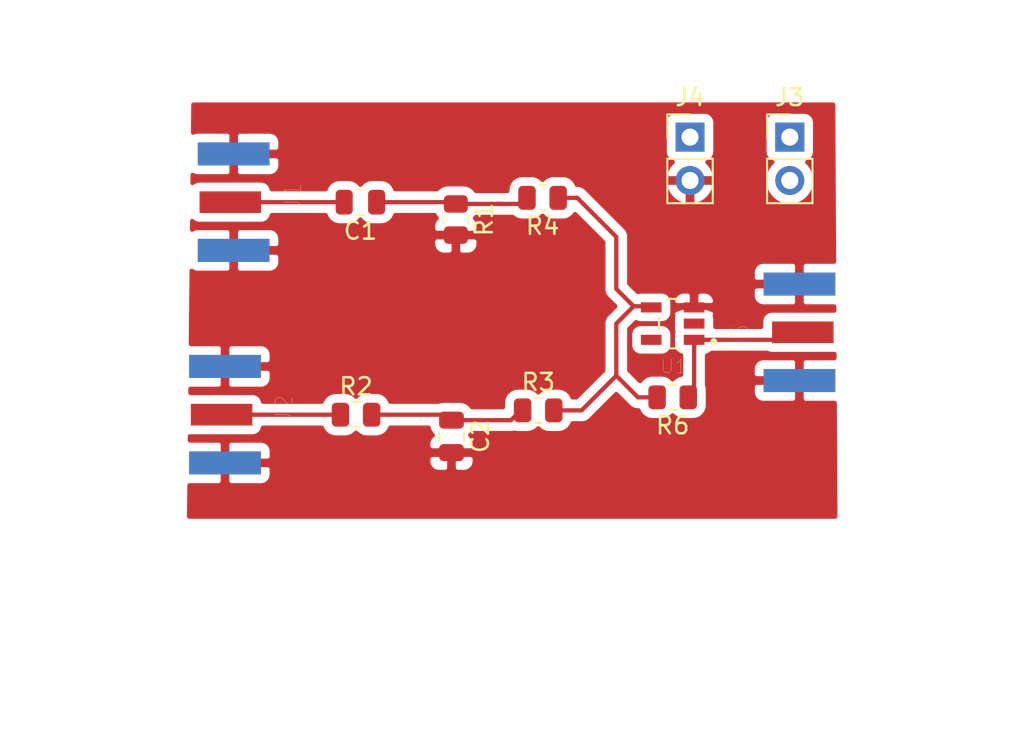
<source format=kicad_pcb>
(kicad_pcb (version 20171130) (host pcbnew "(5.1.9)-1")

  (general
    (thickness 1.6)
    (drawings 0)
    (tracks 32)
    (zones 0)
    (modules 13)
    (nets 11)
  )

  (page A4)
  (layers
    (0 F.Cu signal)
    (31 B.Cu signal)
    (32 B.Adhes user)
    (33 F.Adhes user)
    (34 B.Paste user)
    (35 F.Paste user)
    (36 B.SilkS user)
    (37 F.SilkS user)
    (38 B.Mask user)
    (39 F.Mask user)
    (40 Dwgs.User user)
    (41 Cmts.User user)
    (42 Eco1.User user)
    (43 Eco2.User user)
    (44 Edge.Cuts user)
    (45 Margin user)
    (46 B.CrtYd user)
    (47 F.CrtYd user)
    (48 B.Fab user)
    (49 F.Fab user)
  )

  (setup
    (last_trace_width 0.25)
    (trace_clearance 0.2)
    (zone_clearance 0.508)
    (zone_45_only no)
    (trace_min 0.2)
    (via_size 0.8)
    (via_drill 0.4)
    (via_min_size 0.4)
    (via_min_drill 0.3)
    (uvia_size 0.3)
    (uvia_drill 0.1)
    (uvias_allowed no)
    (uvia_min_size 0.2)
    (uvia_min_drill 0.1)
    (edge_width 0.05)
    (segment_width 0.2)
    (pcb_text_width 0.3)
    (pcb_text_size 1.5 1.5)
    (mod_edge_width 0.12)
    (mod_text_size 1 1)
    (mod_text_width 0.15)
    (pad_size 1.524 1.524)
    (pad_drill 0.762)
    (pad_to_mask_clearance 0)
    (aux_axis_origin 0 0)
    (visible_elements FFFFFF7F)
    (pcbplotparams
      (layerselection 0x010fc_ffffffff)
      (usegerberextensions false)
      (usegerberattributes true)
      (usegerberadvancedattributes true)
      (creategerberjobfile true)
      (excludeedgelayer true)
      (linewidth 0.100000)
      (plotframeref false)
      (viasonmask false)
      (mode 1)
      (useauxorigin false)
      (hpglpennumber 1)
      (hpglpenspeed 20)
      (hpglpendiameter 15.000000)
      (psnegative false)
      (psa4output false)
      (plotreference true)
      (plotvalue true)
      (plotinvisibletext false)
      (padsonsilk false)
      (subtractmaskfromsilk false)
      (outputformat 1)
      (mirror false)
      (drillshape 1)
      (scaleselection 1)
      (outputdirectory ""))
  )

  (net 0 "")
  (net 1 "Net-(C1-Pad2)")
  (net 2 "Net-(C1-Pad1)")
  (net 3 "Net-(C2-Pad1)")
  (net 4 GND)
  (net 5 "Net-(J2-Pad1)")
  (net 6 "Net-(J5-Pad1)")
  (net 7 "Net-(R3-Pad2)")
  (net 8 /-5V)
  (net 9 /+5V)
  (net 10 /3.3V)

  (net_class Default "This is the default net class."
    (clearance 0.2)
    (trace_width 0.25)
    (via_dia 0.8)
    (via_drill 0.4)
    (uvia_dia 0.3)
    (uvia_drill 0.1)
    (add_net /+5V)
    (add_net /-5V)
    (add_net /3.3V)
    (add_net GND)
    (add_net "Net-(C1-Pad1)")
    (add_net "Net-(C1-Pad2)")
    (add_net "Net-(C2-Pad1)")
    (add_net "Net-(J2-Pad1)")
    (add_net "Net-(J5-Pad1)")
    (add_net "Net-(R3-Pad2)")
  )

  (module Connector_PinHeader_2.54mm:PinHeader_1x02_P2.54mm_Vertical (layer F.Cu) (tedit 59FED5CC) (tstamp 601AFBED)
    (at 61.214 86.106)
    (descr "Through hole straight pin header, 1x02, 2.54mm pitch, single row")
    (tags "Through hole pin header THT 1x02 2.54mm single row")
    (path /601B4C61)
    (fp_text reference J4 (at 0 -2.33) (layer F.SilkS)
      (effects (font (size 1 1) (thickness 0.15)))
    )
    (fp_text value Conn_01x02 (at 0 4.87) (layer F.Fab)
      (effects (font (size 1 1) (thickness 0.15)))
    )
    (fp_text user %R (at 0 1.27 90) (layer F.Fab)
      (effects (font (size 1 1) (thickness 0.15)))
    )
    (fp_line (start -0.635 -1.27) (end 1.27 -1.27) (layer F.Fab) (width 0.1))
    (fp_line (start 1.27 -1.27) (end 1.27 3.81) (layer F.Fab) (width 0.1))
    (fp_line (start 1.27 3.81) (end -1.27 3.81) (layer F.Fab) (width 0.1))
    (fp_line (start -1.27 3.81) (end -1.27 -0.635) (layer F.Fab) (width 0.1))
    (fp_line (start -1.27 -0.635) (end -0.635 -1.27) (layer F.Fab) (width 0.1))
    (fp_line (start -1.33 3.87) (end 1.33 3.87) (layer F.SilkS) (width 0.12))
    (fp_line (start -1.33 1.27) (end -1.33 3.87) (layer F.SilkS) (width 0.12))
    (fp_line (start 1.33 1.27) (end 1.33 3.87) (layer F.SilkS) (width 0.12))
    (fp_line (start -1.33 1.27) (end 1.33 1.27) (layer F.SilkS) (width 0.12))
    (fp_line (start -1.33 0) (end -1.33 -1.33) (layer F.SilkS) (width 0.12))
    (fp_line (start -1.33 -1.33) (end 0 -1.33) (layer F.SilkS) (width 0.12))
    (fp_line (start -1.8 -1.8) (end -1.8 4.35) (layer F.CrtYd) (width 0.05))
    (fp_line (start -1.8 4.35) (end 1.8 4.35) (layer F.CrtYd) (width 0.05))
    (fp_line (start 1.8 4.35) (end 1.8 -1.8) (layer F.CrtYd) (width 0.05))
    (fp_line (start 1.8 -1.8) (end -1.8 -1.8) (layer F.CrtYd) (width 0.05))
    (pad 2 thru_hole oval (at 0 2.54) (size 1.7 1.7) (drill 1) (layers *.Cu *.Mask)
      (net 4 GND))
    (pad 1 thru_hole rect (at 0 0) (size 1.7 1.7) (drill 1) (layers *.Cu *.Mask)
      (net 10 /3.3V))
    (model ${KISYS3DMOD}/Connector_PinHeader_2.54mm.3dshapes/PinHeader_1x02_P2.54mm_Vertical.wrl
      (at (xyz 0 0 0))
      (scale (xyz 1 1 1))
      (rotate (xyz 0 0 0))
    )
  )

  (module Connector_PinHeader_2.54mm:PinHeader_1x02_P2.54mm_Vertical (layer F.Cu) (tedit 59FED5CC) (tstamp 601AFBD7)
    (at 67.056 86.106)
    (descr "Through hole straight pin header, 1x02, 2.54mm pitch, single row")
    (tags "Through hole pin header THT 1x02 2.54mm single row")
    (path /601B1F81)
    (fp_text reference J3 (at 0 -2.33) (layer F.SilkS)
      (effects (font (size 1 1) (thickness 0.15)))
    )
    (fp_text value Conn_01x02 (at 0 4.87) (layer F.Fab)
      (effects (font (size 1 1) (thickness 0.15)))
    )
    (fp_text user %R (at 0 1.27 90) (layer F.Fab)
      (effects (font (size 1 1) (thickness 0.15)))
    )
    (fp_line (start -0.635 -1.27) (end 1.27 -1.27) (layer F.Fab) (width 0.1))
    (fp_line (start 1.27 -1.27) (end 1.27 3.81) (layer F.Fab) (width 0.1))
    (fp_line (start 1.27 3.81) (end -1.27 3.81) (layer F.Fab) (width 0.1))
    (fp_line (start -1.27 3.81) (end -1.27 -0.635) (layer F.Fab) (width 0.1))
    (fp_line (start -1.27 -0.635) (end -0.635 -1.27) (layer F.Fab) (width 0.1))
    (fp_line (start -1.33 3.87) (end 1.33 3.87) (layer F.SilkS) (width 0.12))
    (fp_line (start -1.33 1.27) (end -1.33 3.87) (layer F.SilkS) (width 0.12))
    (fp_line (start 1.33 1.27) (end 1.33 3.87) (layer F.SilkS) (width 0.12))
    (fp_line (start -1.33 1.27) (end 1.33 1.27) (layer F.SilkS) (width 0.12))
    (fp_line (start -1.33 0) (end -1.33 -1.33) (layer F.SilkS) (width 0.12))
    (fp_line (start -1.33 -1.33) (end 0 -1.33) (layer F.SilkS) (width 0.12))
    (fp_line (start -1.8 -1.8) (end -1.8 4.35) (layer F.CrtYd) (width 0.05))
    (fp_line (start -1.8 4.35) (end 1.8 4.35) (layer F.CrtYd) (width 0.05))
    (fp_line (start 1.8 4.35) (end 1.8 -1.8) (layer F.CrtYd) (width 0.05))
    (fp_line (start 1.8 -1.8) (end -1.8 -1.8) (layer F.CrtYd) (width 0.05))
    (pad 2 thru_hole oval (at 0 2.54) (size 1.7 1.7) (drill 1) (layers *.Cu *.Mask)
      (net 8 /-5V))
    (pad 1 thru_hole rect (at 0 0) (size 1.7 1.7) (drill 1) (layers *.Cu *.Mask)
      (net 9 /+5V))
    (model ${KISYS3DMOD}/Connector_PinHeader_2.54mm.3dshapes/PinHeader_1x02_P2.54mm_Vertical.wrl
      (at (xyz 0 0 0))
      (scale (xyz 1 1 1))
      (rotate (xyz 0 0 0))
    )
  )

  (module AdditionalLibs:SAMTEC_SMA-J-P-H-ST-EM1 (layer F.Cu) (tedit 60097A86) (tstamp 601AEBBF)
    (at 67.818 97.536 90)
    (path /601BDDBE)
    (fp_text reference J5 (at -0.34105 -3.66967 90) (layer F.SilkS)
      (effects (font (size 1 1) (thickness 0.015)))
    )
    (fp_text value SMA-J-P-H-ST-EM1 (at 11.20429 12.3677 90) (layer F.Fab)
      (effects (font (size 1 1) (thickness 0.015)))
    )
    (fp_text user PCB~EDGE (at 4.30403 1.70159 90) (layer F.Fab)
      (effects (font (size 0.48 0.48) (thickness 0.015)))
    )
    (fp_line (start -3.75 2.15) (end -3.75 -2.55) (layer F.CrtYd) (width 0.05))
    (fp_line (start -3.415 2.15) (end -3.75 2.15) (layer F.CrtYd) (width 0.05))
    (fp_line (start -3.415 11.67) (end -3.415 2.15) (layer F.CrtYd) (width 0.05))
    (fp_line (start 3.415 11.67) (end -3.415 11.67) (layer F.CrtYd) (width 0.05))
    (fp_line (start 3.415 2.15) (end 3.415 11.67) (layer F.CrtYd) (width 0.05))
    (fp_line (start 3.75 2.15) (end 3.415 2.15) (layer F.CrtYd) (width 0.05))
    (fp_line (start 3.75 -2.55) (end 3.75 2.15) (layer F.CrtYd) (width 0.05))
    (fp_line (start -3.75 -2.55) (end 3.75 -2.55) (layer F.CrtYd) (width 0.05))
    (fp_line (start 3.175 -1.91) (end 3.165 1.9) (layer F.Fab) (width 0.1))
    (fp_line (start -3.175 -1.91) (end 3.175 -1.91) (layer F.Fab) (width 0.1))
    (fp_line (start -3.165 1.9) (end -3.175 -1.91) (layer F.Fab) (width 0.1))
    (fp_line (start 3.165 1.9) (end 5 1.9) (layer F.Fab) (width 0.1))
    (fp_line (start -3.165 1.9) (end 3.165 1.9) (layer F.Fab) (width 0.1))
    (fp_line (start -5 1.9) (end -3.165 1.9) (layer F.Fab) (width 0.1))
    (fp_line (start -3.165 11.42) (end -3.165 1.9) (layer F.Fab) (width 0.1))
    (fp_line (start 3.165 11.42) (end -3.165 11.42) (layer F.Fab) (width 0.1))
    (fp_line (start 3.165 1.9) (end 3.165 11.42) (layer F.Fab) (width 0.1))
    (pad 3_2 smd rect (at 2.825 -0.2 90) (size 1.35 4.2) (layers B.Cu B.Paste B.Mask)
      (net 4 GND))
    (pad 2_2 smd rect (at -2.825 -0.2 90) (size 1.35 4.2) (layers B.Cu B.Paste B.Mask)
      (net 4 GND))
    (pad 3_1 smd rect (at 2.825 -0.2 90) (size 1.35 4.2) (layers F.Cu F.Paste F.Mask)
      (net 4 GND))
    (pad 2_1 smd rect (at -2.825 -0.2 90) (size 1.35 4.2) (layers F.Cu F.Paste F.Mask)
      (net 4 GND))
    (pad 1 smd rect (at 0 0 90) (size 1.27 3.6) (layers F.Cu F.Paste F.Mask)
      (net 6 "Net-(J5-Pad1)"))
  )

  (module AdditionalLibs:SAMTEC_SMA-J-P-H-ST-EM1 (layer F.Cu) (tedit 60097A86) (tstamp 601AEBA4)
    (at 33.782 102.362 270)
    (path /601AE7AF)
    (fp_text reference J2 (at -0.34105 -3.66967 90) (layer F.SilkS)
      (effects (font (size 1 1) (thickness 0.015)))
    )
    (fp_text value SMA-J-P-H-ST-EM1 (at 11.20429 12.3677 90) (layer F.Fab)
      (effects (font (size 1 1) (thickness 0.015)))
    )
    (fp_text user PCB~EDGE (at 4.30403 1.70159 90) (layer F.Fab)
      (effects (font (size 0.48 0.48) (thickness 0.015)))
    )
    (fp_line (start -3.75 2.15) (end -3.75 -2.55) (layer F.CrtYd) (width 0.05))
    (fp_line (start -3.415 2.15) (end -3.75 2.15) (layer F.CrtYd) (width 0.05))
    (fp_line (start -3.415 11.67) (end -3.415 2.15) (layer F.CrtYd) (width 0.05))
    (fp_line (start 3.415 11.67) (end -3.415 11.67) (layer F.CrtYd) (width 0.05))
    (fp_line (start 3.415 2.15) (end 3.415 11.67) (layer F.CrtYd) (width 0.05))
    (fp_line (start 3.75 2.15) (end 3.415 2.15) (layer F.CrtYd) (width 0.05))
    (fp_line (start 3.75 -2.55) (end 3.75 2.15) (layer F.CrtYd) (width 0.05))
    (fp_line (start -3.75 -2.55) (end 3.75 -2.55) (layer F.CrtYd) (width 0.05))
    (fp_line (start 3.175 -1.91) (end 3.165 1.9) (layer F.Fab) (width 0.1))
    (fp_line (start -3.175 -1.91) (end 3.175 -1.91) (layer F.Fab) (width 0.1))
    (fp_line (start -3.165 1.9) (end -3.175 -1.91) (layer F.Fab) (width 0.1))
    (fp_line (start 3.165 1.9) (end 5 1.9) (layer F.Fab) (width 0.1))
    (fp_line (start -3.165 1.9) (end 3.165 1.9) (layer F.Fab) (width 0.1))
    (fp_line (start -5 1.9) (end -3.165 1.9) (layer F.Fab) (width 0.1))
    (fp_line (start -3.165 11.42) (end -3.165 1.9) (layer F.Fab) (width 0.1))
    (fp_line (start 3.165 11.42) (end -3.165 11.42) (layer F.Fab) (width 0.1))
    (fp_line (start 3.165 1.9) (end 3.165 11.42) (layer F.Fab) (width 0.1))
    (pad 3_2 smd rect (at 2.825 -0.2 270) (size 1.35 4.2) (layers B.Cu B.Paste B.Mask)
      (net 4 GND))
    (pad 2_2 smd rect (at -2.825 -0.2 270) (size 1.35 4.2) (layers B.Cu B.Paste B.Mask)
      (net 4 GND))
    (pad 3_1 smd rect (at 2.825 -0.2 270) (size 1.35 4.2) (layers F.Cu F.Paste F.Mask)
      (net 4 GND))
    (pad 2_1 smd rect (at -2.825 -0.2 270) (size 1.35 4.2) (layers F.Cu F.Paste F.Mask)
      (net 4 GND))
    (pad 1 smd rect (at 0 0 270) (size 1.27 3.6) (layers F.Cu F.Paste F.Mask)
      (net 5 "Net-(J2-Pad1)"))
  )

  (module AdditionalLibs:SAMTEC_SMA-J-P-H-ST-EM1 (layer F.Cu) (tedit 60097A86) (tstamp 601AEB89)
    (at 34.29 89.916 270)
    (path /601B0FEF)
    (fp_text reference J1 (at -0.34105 -3.66967 90) (layer F.SilkS)
      (effects (font (size 1 1) (thickness 0.015)))
    )
    (fp_text value SMA-J-P-H-ST-EM1 (at 11.20429 12.3677 90) (layer F.Fab)
      (effects (font (size 1 1) (thickness 0.015)))
    )
    (fp_text user PCB~EDGE (at 4.30403 1.70159 90) (layer F.Fab)
      (effects (font (size 0.48 0.48) (thickness 0.015)))
    )
    (fp_line (start -3.75 2.15) (end -3.75 -2.55) (layer F.CrtYd) (width 0.05))
    (fp_line (start -3.415 2.15) (end -3.75 2.15) (layer F.CrtYd) (width 0.05))
    (fp_line (start -3.415 11.67) (end -3.415 2.15) (layer F.CrtYd) (width 0.05))
    (fp_line (start 3.415 11.67) (end -3.415 11.67) (layer F.CrtYd) (width 0.05))
    (fp_line (start 3.415 2.15) (end 3.415 11.67) (layer F.CrtYd) (width 0.05))
    (fp_line (start 3.75 2.15) (end 3.415 2.15) (layer F.CrtYd) (width 0.05))
    (fp_line (start 3.75 -2.55) (end 3.75 2.15) (layer F.CrtYd) (width 0.05))
    (fp_line (start -3.75 -2.55) (end 3.75 -2.55) (layer F.CrtYd) (width 0.05))
    (fp_line (start 3.175 -1.91) (end 3.165 1.9) (layer F.Fab) (width 0.1))
    (fp_line (start -3.175 -1.91) (end 3.175 -1.91) (layer F.Fab) (width 0.1))
    (fp_line (start -3.165 1.9) (end -3.175 -1.91) (layer F.Fab) (width 0.1))
    (fp_line (start 3.165 1.9) (end 5 1.9) (layer F.Fab) (width 0.1))
    (fp_line (start -3.165 1.9) (end 3.165 1.9) (layer F.Fab) (width 0.1))
    (fp_line (start -5 1.9) (end -3.165 1.9) (layer F.Fab) (width 0.1))
    (fp_line (start -3.165 11.42) (end -3.165 1.9) (layer F.Fab) (width 0.1))
    (fp_line (start 3.165 11.42) (end -3.165 11.42) (layer F.Fab) (width 0.1))
    (fp_line (start 3.165 1.9) (end 3.165 11.42) (layer F.Fab) (width 0.1))
    (pad 3_2 smd rect (at 2.825 -0.2 270) (size 1.35 4.2) (layers B.Cu B.Paste B.Mask)
      (net 4 GND))
    (pad 2_2 smd rect (at -2.825 -0.2 270) (size 1.35 4.2) (layers B.Cu B.Paste B.Mask)
      (net 4 GND))
    (pad 3_1 smd rect (at 2.825 -0.2 270) (size 1.35 4.2) (layers F.Cu F.Paste F.Mask)
      (net 4 GND))
    (pad 2_1 smd rect (at -2.825 -0.2 270) (size 1.35 4.2) (layers F.Cu F.Paste F.Mask)
      (net 4 GND))
    (pad 1 smd rect (at 0 0 270) (size 1.27 3.6) (layers F.Cu F.Paste F.Mask)
      (net 1 "Net-(C1-Pad2)"))
  )

  (module Capacitor_SMD:C_0805_2012Metric (layer F.Cu) (tedit 5F68FEEE) (tstamp 601AEB5D)
    (at 41.91 89.916 180)
    (descr "Capacitor SMD 0805 (2012 Metric), square (rectangular) end terminal, IPC_7351 nominal, (Body size source: IPC-SM-782 page 76, https://www.pcb-3d.com/wordpress/wp-content/uploads/ipc-sm-782a_amendment_1_and_2.pdf, https://docs.google.com/spreadsheets/d/1BsfQQcO9C6DZCsRaXUlFlo91Tg2WpOkGARC1WS5S8t0/edit?usp=sharing), generated with kicad-footprint-generator")
    (tags capacitor)
    (path /601B6206)
    (attr smd)
    (fp_text reference C1 (at 0 -1.68) (layer F.SilkS)
      (effects (font (size 1 1) (thickness 0.15)))
    )
    (fp_text value 5.6p (at 0 1.68) (layer F.Fab)
      (effects (font (size 1 1) (thickness 0.15)))
    )
    (fp_text user %R (at 0 0) (layer F.Fab)
      (effects (font (size 0.5 0.5) (thickness 0.08)))
    )
    (fp_line (start -1 0.625) (end -1 -0.625) (layer F.Fab) (width 0.1))
    (fp_line (start -1 -0.625) (end 1 -0.625) (layer F.Fab) (width 0.1))
    (fp_line (start 1 -0.625) (end 1 0.625) (layer F.Fab) (width 0.1))
    (fp_line (start 1 0.625) (end -1 0.625) (layer F.Fab) (width 0.1))
    (fp_line (start -0.261252 -0.735) (end 0.261252 -0.735) (layer F.SilkS) (width 0.12))
    (fp_line (start -0.261252 0.735) (end 0.261252 0.735) (layer F.SilkS) (width 0.12))
    (fp_line (start -1.7 0.98) (end -1.7 -0.98) (layer F.CrtYd) (width 0.05))
    (fp_line (start -1.7 -0.98) (end 1.7 -0.98) (layer F.CrtYd) (width 0.05))
    (fp_line (start 1.7 -0.98) (end 1.7 0.98) (layer F.CrtYd) (width 0.05))
    (fp_line (start 1.7 0.98) (end -1.7 0.98) (layer F.CrtYd) (width 0.05))
    (pad 2 smd roundrect (at 0.95 0 180) (size 1 1.45) (layers F.Cu F.Paste F.Mask) (roundrect_rratio 0.25)
      (net 1 "Net-(C1-Pad2)"))
    (pad 1 smd roundrect (at -0.95 0 180) (size 1 1.45) (layers F.Cu F.Paste F.Mask) (roundrect_rratio 0.25)
      (net 2 "Net-(C1-Pad1)"))
    (model ${KISYS3DMOD}/Capacitor_SMD.3dshapes/C_0805_2012Metric.wrl
      (at (xyz 0 0 0))
      (scale (xyz 1 1 1))
      (rotate (xyz 0 0 0))
    )
  )

  (module Capacitor_SMD:C_0805_2012Metric (layer F.Cu) (tedit 5F68FEEE) (tstamp 601AEB6E)
    (at 47.244 103.632 270)
    (descr "Capacitor SMD 0805 (2012 Metric), square (rectangular) end terminal, IPC_7351 nominal, (Body size source: IPC-SM-782 page 76, https://www.pcb-3d.com/wordpress/wp-content/uploads/ipc-sm-782a_amendment_1_and_2.pdf, https://docs.google.com/spreadsheets/d/1BsfQQcO9C6DZCsRaXUlFlo91Tg2WpOkGARC1WS5S8t0/edit?usp=sharing), generated with kicad-footprint-generator")
    (tags capacitor)
    (path /601B2A9D)
    (attr smd)
    (fp_text reference C2 (at 0 -1.68 90) (layer F.SilkS)
      (effects (font (size 1 1) (thickness 0.15)))
    )
    (fp_text value 5.6p (at 0 1.68 90) (layer F.Fab)
      (effects (font (size 1 1) (thickness 0.15)))
    )
    (fp_line (start 1.7 0.98) (end -1.7 0.98) (layer F.CrtYd) (width 0.05))
    (fp_line (start 1.7 -0.98) (end 1.7 0.98) (layer F.CrtYd) (width 0.05))
    (fp_line (start -1.7 -0.98) (end 1.7 -0.98) (layer F.CrtYd) (width 0.05))
    (fp_line (start -1.7 0.98) (end -1.7 -0.98) (layer F.CrtYd) (width 0.05))
    (fp_line (start -0.261252 0.735) (end 0.261252 0.735) (layer F.SilkS) (width 0.12))
    (fp_line (start -0.261252 -0.735) (end 0.261252 -0.735) (layer F.SilkS) (width 0.12))
    (fp_line (start 1 0.625) (end -1 0.625) (layer F.Fab) (width 0.1))
    (fp_line (start 1 -0.625) (end 1 0.625) (layer F.Fab) (width 0.1))
    (fp_line (start -1 -0.625) (end 1 -0.625) (layer F.Fab) (width 0.1))
    (fp_line (start -1 0.625) (end -1 -0.625) (layer F.Fab) (width 0.1))
    (fp_text user %R (at 0 0 90) (layer F.Fab)
      (effects (font (size 0.5 0.5) (thickness 0.08)))
    )
    (pad 1 smd roundrect (at -0.95 0 270) (size 1 1.45) (layers F.Cu F.Paste F.Mask) (roundrect_rratio 0.25)
      (net 3 "Net-(C2-Pad1)"))
    (pad 2 smd roundrect (at 0.95 0 270) (size 1 1.45) (layers F.Cu F.Paste F.Mask) (roundrect_rratio 0.25)
      (net 4 GND))
    (model ${KISYS3DMOD}/Capacitor_SMD.3dshapes/C_0805_2012Metric.wrl
      (at (xyz 0 0 0))
      (scale (xyz 1 1 1))
      (rotate (xyz 0 0 0))
    )
  )

  (module Resistor_SMD:R_0805_2012Metric (layer F.Cu) (tedit 5F68FEEE) (tstamp 601AEBD0)
    (at 47.498 90.932 270)
    (descr "Resistor SMD 0805 (2012 Metric), square (rectangular) end terminal, IPC_7351 nominal, (Body size source: IPC-SM-782 page 72, https://www.pcb-3d.com/wordpress/wp-content/uploads/ipc-sm-782a_amendment_1_and_2.pdf), generated with kicad-footprint-generator")
    (tags resistor)
    (path /601B5530)
    (attr smd)
    (fp_text reference R1 (at 0 -1.65 90) (layer F.SilkS)
      (effects (font (size 1 1) (thickness 0.15)))
    )
    (fp_text value 2.7k (at 0 1.65 90) (layer F.Fab)
      (effects (font (size 1 1) (thickness 0.15)))
    )
    (fp_text user %R (at 0 0 90) (layer F.Fab)
      (effects (font (size 0.5 0.5) (thickness 0.08)))
    )
    (fp_line (start -1 0.625) (end -1 -0.625) (layer F.Fab) (width 0.1))
    (fp_line (start -1 -0.625) (end 1 -0.625) (layer F.Fab) (width 0.1))
    (fp_line (start 1 -0.625) (end 1 0.625) (layer F.Fab) (width 0.1))
    (fp_line (start 1 0.625) (end -1 0.625) (layer F.Fab) (width 0.1))
    (fp_line (start -0.227064 -0.735) (end 0.227064 -0.735) (layer F.SilkS) (width 0.12))
    (fp_line (start -0.227064 0.735) (end 0.227064 0.735) (layer F.SilkS) (width 0.12))
    (fp_line (start -1.68 0.95) (end -1.68 -0.95) (layer F.CrtYd) (width 0.05))
    (fp_line (start -1.68 -0.95) (end 1.68 -0.95) (layer F.CrtYd) (width 0.05))
    (fp_line (start 1.68 -0.95) (end 1.68 0.95) (layer F.CrtYd) (width 0.05))
    (fp_line (start 1.68 0.95) (end -1.68 0.95) (layer F.CrtYd) (width 0.05))
    (pad 2 smd roundrect (at 0.9125 0 270) (size 1.025 1.4) (layers F.Cu F.Paste F.Mask) (roundrect_rratio 0.243902)
      (net 4 GND))
    (pad 1 smd roundrect (at -0.9125 0 270) (size 1.025 1.4) (layers F.Cu F.Paste F.Mask) (roundrect_rratio 0.243902)
      (net 2 "Net-(C1-Pad1)"))
    (model ${KISYS3DMOD}/Resistor_SMD.3dshapes/R_0805_2012Metric.wrl
      (at (xyz 0 0 0))
      (scale (xyz 1 1 1))
      (rotate (xyz 0 0 0))
    )
  )

  (module Resistor_SMD:R_0805_2012Metric (layer F.Cu) (tedit 5F68FEEE) (tstamp 601AEBE1)
    (at 41.656 102.362)
    (descr "Resistor SMD 0805 (2012 Metric), square (rectangular) end terminal, IPC_7351 nominal, (Body size source: IPC-SM-782 page 72, https://www.pcb-3d.com/wordpress/wp-content/uploads/ipc-sm-782a_amendment_1_and_2.pdf), generated with kicad-footprint-generator")
    (tags resistor)
    (path /601B200B)
    (attr smd)
    (fp_text reference R2 (at 0 -1.65) (layer F.SilkS)
      (effects (font (size 1 1) (thickness 0.15)))
    )
    (fp_text value 2.7k (at 0 1.65) (layer F.Fab)
      (effects (font (size 1 1) (thickness 0.15)))
    )
    (fp_line (start 1.68 0.95) (end -1.68 0.95) (layer F.CrtYd) (width 0.05))
    (fp_line (start 1.68 -0.95) (end 1.68 0.95) (layer F.CrtYd) (width 0.05))
    (fp_line (start -1.68 -0.95) (end 1.68 -0.95) (layer F.CrtYd) (width 0.05))
    (fp_line (start -1.68 0.95) (end -1.68 -0.95) (layer F.CrtYd) (width 0.05))
    (fp_line (start -0.227064 0.735) (end 0.227064 0.735) (layer F.SilkS) (width 0.12))
    (fp_line (start -0.227064 -0.735) (end 0.227064 -0.735) (layer F.SilkS) (width 0.12))
    (fp_line (start 1 0.625) (end -1 0.625) (layer F.Fab) (width 0.1))
    (fp_line (start 1 -0.625) (end 1 0.625) (layer F.Fab) (width 0.1))
    (fp_line (start -1 -0.625) (end 1 -0.625) (layer F.Fab) (width 0.1))
    (fp_line (start -1 0.625) (end -1 -0.625) (layer F.Fab) (width 0.1))
    (fp_text user %R (at 0 0) (layer F.Fab)
      (effects (font (size 0.5 0.5) (thickness 0.08)))
    )
    (pad 1 smd roundrect (at -0.9125 0) (size 1.025 1.4) (layers F.Cu F.Paste F.Mask) (roundrect_rratio 0.243902)
      (net 5 "Net-(J2-Pad1)"))
    (pad 2 smd roundrect (at 0.9125 0) (size 1.025 1.4) (layers F.Cu F.Paste F.Mask) (roundrect_rratio 0.243902)
      (net 3 "Net-(C2-Pad1)"))
    (model ${KISYS3DMOD}/Resistor_SMD.3dshapes/R_0805_2012Metric.wrl
      (at (xyz 0 0 0))
      (scale (xyz 1 1 1))
      (rotate (xyz 0 0 0))
    )
  )

  (module Resistor_SMD:R_0805_2012Metric (layer F.Cu) (tedit 5F68FEEE) (tstamp 601AEBF2)
    (at 52.324 102.108)
    (descr "Resistor SMD 0805 (2012 Metric), square (rectangular) end terminal, IPC_7351 nominal, (Body size source: IPC-SM-782 page 72, https://www.pcb-3d.com/wordpress/wp-content/uploads/ipc-sm-782a_amendment_1_and_2.pdf), generated with kicad-footprint-generator")
    (tags resistor)
    (path /601B926F)
    (attr smd)
    (fp_text reference R3 (at 0 -1.65) (layer F.SilkS)
      (effects (font (size 1 1) (thickness 0.15)))
    )
    (fp_text value 10k (at 0 1.65) (layer F.Fab)
      (effects (font (size 1 1) (thickness 0.15)))
    )
    (fp_line (start 1.68 0.95) (end -1.68 0.95) (layer F.CrtYd) (width 0.05))
    (fp_line (start 1.68 -0.95) (end 1.68 0.95) (layer F.CrtYd) (width 0.05))
    (fp_line (start -1.68 -0.95) (end 1.68 -0.95) (layer F.CrtYd) (width 0.05))
    (fp_line (start -1.68 0.95) (end -1.68 -0.95) (layer F.CrtYd) (width 0.05))
    (fp_line (start -0.227064 0.735) (end 0.227064 0.735) (layer F.SilkS) (width 0.12))
    (fp_line (start -0.227064 -0.735) (end 0.227064 -0.735) (layer F.SilkS) (width 0.12))
    (fp_line (start 1 0.625) (end -1 0.625) (layer F.Fab) (width 0.1))
    (fp_line (start 1 -0.625) (end 1 0.625) (layer F.Fab) (width 0.1))
    (fp_line (start -1 -0.625) (end 1 -0.625) (layer F.Fab) (width 0.1))
    (fp_line (start -1 0.625) (end -1 -0.625) (layer F.Fab) (width 0.1))
    (fp_text user %R (at 0 0) (layer F.Fab)
      (effects (font (size 0.5 0.5) (thickness 0.08)))
    )
    (pad 1 smd roundrect (at -0.9125 0) (size 1.025 1.4) (layers F.Cu F.Paste F.Mask) (roundrect_rratio 0.243902)
      (net 3 "Net-(C2-Pad1)"))
    (pad 2 smd roundrect (at 0.9125 0) (size 1.025 1.4) (layers F.Cu F.Paste F.Mask) (roundrect_rratio 0.243902)
      (net 7 "Net-(R3-Pad2)"))
    (model ${KISYS3DMOD}/Resistor_SMD.3dshapes/R_0805_2012Metric.wrl
      (at (xyz 0 0 0))
      (scale (xyz 1 1 1))
      (rotate (xyz 0 0 0))
    )
  )

  (module Resistor_SMD:R_0805_2012Metric (layer F.Cu) (tedit 5F68FEEE) (tstamp 601AEC03)
    (at 52.578 89.662 180)
    (descr "Resistor SMD 0805 (2012 Metric), square (rectangular) end terminal, IPC_7351 nominal, (Body size source: IPC-SM-782 page 72, https://www.pcb-3d.com/wordpress/wp-content/uploads/ipc-sm-782a_amendment_1_and_2.pdf), generated with kicad-footprint-generator")
    (tags resistor)
    (path /601BB37C)
    (attr smd)
    (fp_text reference R4 (at 0 -1.65) (layer F.SilkS)
      (effects (font (size 1 1) (thickness 0.15)))
    )
    (fp_text value 10k (at 0 1.65) (layer F.Fab)
      (effects (font (size 1 1) (thickness 0.15)))
    )
    (fp_text user %R (at 0 0) (layer F.Fab)
      (effects (font (size 0.5 0.5) (thickness 0.08)))
    )
    (fp_line (start -1 0.625) (end -1 -0.625) (layer F.Fab) (width 0.1))
    (fp_line (start -1 -0.625) (end 1 -0.625) (layer F.Fab) (width 0.1))
    (fp_line (start 1 -0.625) (end 1 0.625) (layer F.Fab) (width 0.1))
    (fp_line (start 1 0.625) (end -1 0.625) (layer F.Fab) (width 0.1))
    (fp_line (start -0.227064 -0.735) (end 0.227064 -0.735) (layer F.SilkS) (width 0.12))
    (fp_line (start -0.227064 0.735) (end 0.227064 0.735) (layer F.SilkS) (width 0.12))
    (fp_line (start -1.68 0.95) (end -1.68 -0.95) (layer F.CrtYd) (width 0.05))
    (fp_line (start -1.68 -0.95) (end 1.68 -0.95) (layer F.CrtYd) (width 0.05))
    (fp_line (start 1.68 -0.95) (end 1.68 0.95) (layer F.CrtYd) (width 0.05))
    (fp_line (start 1.68 0.95) (end -1.68 0.95) (layer F.CrtYd) (width 0.05))
    (pad 2 smd roundrect (at 0.9125 0 180) (size 1.025 1.4) (layers F.Cu F.Paste F.Mask) (roundrect_rratio 0.243902)
      (net 2 "Net-(C1-Pad1)"))
    (pad 1 smd roundrect (at -0.9125 0 180) (size 1.025 1.4) (layers F.Cu F.Paste F.Mask) (roundrect_rratio 0.243902)
      (net 7 "Net-(R3-Pad2)"))
    (model ${KISYS3DMOD}/Resistor_SMD.3dshapes/R_0805_2012Metric.wrl
      (at (xyz 0 0 0))
      (scale (xyz 1 1 1))
      (rotate (xyz 0 0 0))
    )
  )

  (module Resistor_SMD:R_0805_2012Metric (layer F.Cu) (tedit 5F68FEEE) (tstamp 601AEC14)
    (at 60.198 101.346 180)
    (descr "Resistor SMD 0805 (2012 Metric), square (rectangular) end terminal, IPC_7351 nominal, (Body size source: IPC-SM-782 page 72, https://www.pcb-3d.com/wordpress/wp-content/uploads/ipc-sm-782a_amendment_1_and_2.pdf), generated with kicad-footprint-generator")
    (tags resistor)
    (path /601BBB25)
    (attr smd)
    (fp_text reference R6 (at 0 -1.65) (layer F.SilkS)
      (effects (font (size 1 1) (thickness 0.15)))
    )
    (fp_text value 10k (at 0 1.65) (layer F.Fab)
      (effects (font (size 1 1) (thickness 0.15)))
    )
    (fp_line (start 1.68 0.95) (end -1.68 0.95) (layer F.CrtYd) (width 0.05))
    (fp_line (start 1.68 -0.95) (end 1.68 0.95) (layer F.CrtYd) (width 0.05))
    (fp_line (start -1.68 -0.95) (end 1.68 -0.95) (layer F.CrtYd) (width 0.05))
    (fp_line (start -1.68 0.95) (end -1.68 -0.95) (layer F.CrtYd) (width 0.05))
    (fp_line (start -0.227064 0.735) (end 0.227064 0.735) (layer F.SilkS) (width 0.12))
    (fp_line (start -0.227064 -0.735) (end 0.227064 -0.735) (layer F.SilkS) (width 0.12))
    (fp_line (start 1 0.625) (end -1 0.625) (layer F.Fab) (width 0.1))
    (fp_line (start 1 -0.625) (end 1 0.625) (layer F.Fab) (width 0.1))
    (fp_line (start -1 -0.625) (end 1 -0.625) (layer F.Fab) (width 0.1))
    (fp_line (start -1 0.625) (end -1 -0.625) (layer F.Fab) (width 0.1))
    (fp_text user %R (at 0 0) (layer F.Fab)
      (effects (font (size 0.5 0.5) (thickness 0.08)))
    )
    (pad 1 smd roundrect (at -0.9125 0 180) (size 1.025 1.4) (layers F.Cu F.Paste F.Mask) (roundrect_rratio 0.243902)
      (net 6 "Net-(J5-Pad1)"))
    (pad 2 smd roundrect (at 0.9125 0 180) (size 1.025 1.4) (layers F.Cu F.Paste F.Mask) (roundrect_rratio 0.243902)
      (net 7 "Net-(R3-Pad2)"))
    (model ${KISYS3DMOD}/Resistor_SMD.3dshapes/R_0805_2012Metric.wrl
      (at (xyz 0 0 0))
      (scale (xyz 1 1 1))
      (rotate (xyz 0 0 0))
    )
  )

  (module SOT95P280X145-5N (layer F.Cu) (tedit 601AE686) (tstamp 601AEC2A)
    (at 60.198 97.028 180)
    (path /601AEDC9)
    (fp_text reference U1 (at -0.06 -2.508) (layer F.SilkS)
      (effects (font (size 0.8 0.8) (thickness 0.015)))
    )
    (fp_text value LMV116MF (at 5.528 2.508) (layer F.Fab)
      (effects (font (size 0.8 0.8) (thickness 0.015)))
    )
    (fp_line (start -2.11 1.7) (end -2.11 -1.7) (layer F.CrtYd) (width 0.05))
    (fp_line (start 2.11 1.7) (end -2.11 1.7) (layer F.CrtYd) (width 0.05))
    (fp_line (start 2.11 -1.7) (end 2.11 1.7) (layer F.CrtYd) (width 0.05))
    (fp_line (start -2.11 -1.7) (end 2.11 -1.7) (layer F.CrtYd) (width 0.05))
    (fp_line (start 0.8 1.45) (end -0.8 1.45) (layer F.Fab) (width 0.127))
    (fp_line (start -0.8 -1.45) (end 0.8 -1.45) (layer F.Fab) (width 0.127))
    (fp_line (start 0.8 -1.45) (end 0.8 1.45) (layer F.Fab) (width 0.127))
    (fp_line (start -0.8 1.45) (end -0.8 -1.45) (layer F.Fab) (width 0.127))
    (fp_line (start 0.33 1.45) (end -0.33 1.45) (layer F.SilkS) (width 0.127))
    (fp_line (start 0.8 -0.335) (end 0.8 0.335) (layer F.SilkS) (width 0.127))
    (fp_line (start -0.33 -1.45) (end 0.33 -1.45) (layer F.SilkS) (width 0.127))
    (fp_circle (center -2.41 -1.05) (end -2.31 -1.05) (layer F.Fab) (width 0.2))
    (fp_circle (center -2.41 -1.05) (end -2.31 -1.05) (layer F.SilkS) (width 0.2))
    (pad 1 smd rect (at -1.255 -0.95 180) (size 1.21 0.59) (layers F.Cu F.Paste F.Mask)
      (net 6 "Net-(J5-Pad1)"))
    (pad 2 smd rect (at -1.255 0 180) (size 1.21 0.59) (layers F.Cu F.Paste F.Mask)
      (net 8 /-5V))
    (pad 3 smd rect (at -1.255 0.95 180) (size 1.21 0.59) (layers F.Cu F.Paste F.Mask)
      (net 4 GND))
    (pad 4 smd rect (at 1.255 0.95 180) (size 1.21 0.59) (layers F.Cu F.Paste F.Mask)
      (net 7 "Net-(R3-Pad2)"))
    (pad 5 smd rect (at 1.255 -0.95 180) (size 1.21 0.59) (layers F.Cu F.Paste F.Mask)
      (net 9 /+5V))
  )

  (segment (start 34.29 89.916) (end 40.894 89.916) (width 0.25) (layer F.Cu) (net 1))
  (segment (start 47.244 89.662) (end 47.498 89.916) (width 0.25) (layer F.Cu) (net 2))
  (segment (start 42.86 89.916) (end 47.244 89.916) (width 0.25) (layer F.Cu) (net 2))
  (segment (start 47.244 89.916) (end 47.498 89.916) (width 0.25) (layer F.Cu) (net 2))
  (segment (start 49.9345 90.0195) (end 51.2045 90.0195) (width 0.25) (layer F.Cu) (net 2))
  (segment (start 47.498 90.0195) (end 49.9345 90.0195) (width 0.25) (layer F.Cu) (net 2))
  (segment (start 49.9345 90.0195) (end 50.21649 90.0195) (width 0.25) (layer F.Cu) (net 2))
  (segment (start 51.2045 90.0195) (end 51.562 89.662) (width 0.25) (layer F.Cu) (net 2))
  (segment (start 42.5685 102.362) (end 46.99 102.362) (width 0.25) (layer F.Cu) (net 3))
  (segment (start 46.99 102.362) (end 47.244 102.616) (width 0.25) (layer F.Cu) (net 3))
  (segment (start 47.244 102.682) (end 50.734 102.682) (width 0.25) (layer F.Cu) (net 3))
  (segment (start 50.734 102.682) (end 51.308 102.108) (width 0.25) (layer F.Cu) (net 3))
  (segment (start 51.308 102.108) (end 51.562 102.108) (width 0.25) (layer F.Cu) (net 3))
  (segment (start 33.782 102.362) (end 40.64 102.362) (width 0.25) (layer F.Cu) (net 5))
  (segment (start 40.64 102.362) (end 40.894 102.362) (width 0.25) (layer F.Cu) (net 5))
  (segment (start 61.453 97.978) (end 61.453 100.853) (width 0.25) (layer F.Cu) (net 6))
  (segment (start 61.453 100.853) (end 60.96 101.346) (width 0.25) (layer F.Cu) (net 6))
  (segment (start 61.453 97.978) (end 66.614 97.978) (width 0.25) (layer F.Cu) (net 6))
  (segment (start 66.614 97.978) (end 67.056 97.536) (width 0.25) (layer F.Cu) (net 6))
  (segment (start 53.4905 89.662) (end 54.61 89.662) (width 0.25) (layer F.Cu) (net 7))
  (segment (start 54.61 89.662) (end 56.896 91.948) (width 0.25) (layer F.Cu) (net 7))
  (segment (start 56.896 91.948) (end 56.896 94.996) (width 0.25) (layer F.Cu) (net 7))
  (segment (start 56.896 94.996) (end 57.658 95.758) (width 0.25) (layer F.Cu) (net 7))
  (segment (start 53.2365 102.108) (end 54.864 102.108) (width 0.25) (layer F.Cu) (net 7))
  (segment (start 54.864 102.108) (end 56.896 100.076) (width 0.25) (layer F.Cu) (net 7))
  (segment (start 56.896 100.076) (end 56.896 97.028) (width 0.25) (layer F.Cu) (net 7))
  (segment (start 56.896 97.028) (end 57.658 96.266) (width 0.25) (layer F.Cu) (net 7))
  (segment (start 57.658 95.758) (end 57.912 96.012) (width 0.25) (layer F.Cu) (net 7))
  (segment (start 57.912 96.012) (end 58.928 96.012) (width 0.25) (layer F.Cu) (net 7))
  (segment (start 57.658 96.266) (end 57.912 96.012) (width 0.25) (layer F.Cu) (net 7))
  (segment (start 58.166 101.346) (end 56.896 100.076) (width 0.25) (layer F.Cu) (net 7))
  (segment (start 59.2855 101.346) (end 58.166 101.346) (width 0.25) (layer F.Cu) (net 7))

  (zone (net 4) (net_name GND) (layer F.Cu) (tstamp 0) (hatch edge 0.508)
    (connect_pads (clearance 0.508))
    (min_thickness 0.254)
    (fill yes (arc_segments 32) (thermal_gap 0.508) (thermal_bridge_width 0.508))
    (polygon
      (pts
        (xy 69.85 108.458) (xy 31.75 108.458) (xy 32.004 84.074) (xy 69.723 84.074)
      )
    )
    (filled_polygon
      (pts
        (xy 65.77382 98.760502) (xy 65.893518 98.796812) (xy 66.018 98.809072) (xy 69.618 98.809072) (xy 69.672716 98.803683)
        (xy 69.673988 99.048003) (xy 67.90375 99.051) (xy 67.745 99.20975) (xy 67.745 100.234) (xy 67.765 100.234)
        (xy 67.765 100.488) (xy 67.745 100.488) (xy 67.745 101.51225) (xy 67.90375 101.671) (xy 69.687665 101.674021)
        (xy 69.722337 108.331) (xy 31.87833 108.331) (xy 31.897402 106.500046) (xy 33.69625 106.497) (xy 33.855 106.33825)
        (xy 33.855 105.314) (xy 34.109 105.314) (xy 34.109 106.33825) (xy 34.26775 106.497) (xy 36.082 106.500072)
        (xy 36.206482 106.487812) (xy 36.32618 106.451502) (xy 36.436494 106.392537) (xy 36.533185 106.313185) (xy 36.612537 106.216494)
        (xy 36.671502 106.10618) (xy 36.707812 105.986482) (xy 36.720072 105.862) (xy 36.717 105.47275) (xy 36.55825 105.314)
        (xy 34.109 105.314) (xy 33.855 105.314) (xy 33.835 105.314) (xy 33.835 105.082) (xy 45.880928 105.082)
        (xy 45.893188 105.206482) (xy 45.929498 105.32618) (xy 45.988463 105.436494) (xy 46.067815 105.533185) (xy 46.164506 105.612537)
        (xy 46.27482 105.671502) (xy 46.394518 105.707812) (xy 46.519 105.720072) (xy 46.95825 105.717) (xy 47.117 105.55825)
        (xy 47.117 104.709) (xy 47.371 104.709) (xy 47.371 105.55825) (xy 47.52975 105.717) (xy 47.969 105.720072)
        (xy 48.093482 105.707812) (xy 48.21318 105.671502) (xy 48.323494 105.612537) (xy 48.420185 105.533185) (xy 48.499537 105.436494)
        (xy 48.558502 105.32618) (xy 48.594812 105.206482) (xy 48.607072 105.082) (xy 48.604 104.86775) (xy 48.44525 104.709)
        (xy 47.371 104.709) (xy 47.117 104.709) (xy 46.04275 104.709) (xy 45.884 104.86775) (xy 45.880928 105.082)
        (xy 33.835 105.082) (xy 33.835 105.06) (xy 33.855 105.06) (xy 33.855 104.03575) (xy 34.109 104.03575)
        (xy 34.109 105.06) (xy 36.55825 105.06) (xy 36.717 104.90125) (xy 36.720072 104.512) (xy 36.707812 104.387518)
        (xy 36.671502 104.26782) (xy 36.612537 104.157506) (xy 36.533185 104.060815) (xy 36.436494 103.981463) (xy 36.32618 103.922498)
        (xy 36.206482 103.886188) (xy 36.082 103.873928) (xy 34.26775 103.877) (xy 34.109 104.03575) (xy 33.855 104.03575)
        (xy 33.69625 103.877) (xy 31.924757 103.874) (xy 31.927302 103.629685) (xy 31.982 103.635072) (xy 35.582 103.635072)
        (xy 35.706482 103.622812) (xy 35.82618 103.586502) (xy 35.936494 103.527537) (xy 36.033185 103.448185) (xy 36.112537 103.351494)
        (xy 36.171502 103.24118) (xy 36.207655 103.122) (xy 39.651473 103.122) (xy 39.660528 103.151851) (xy 39.742595 103.305387)
        (xy 39.853038 103.439962) (xy 39.987613 103.550405) (xy 40.141149 103.632472) (xy 40.307745 103.683008) (xy 40.480999 103.700072)
        (xy 41.006001 103.700072) (xy 41.179255 103.683008) (xy 41.345851 103.632472) (xy 41.499387 103.550405) (xy 41.633962 103.439962)
        (xy 41.656 103.413109) (xy 41.678038 103.439962) (xy 41.812613 103.550405) (xy 41.966149 103.632472) (xy 42.132745 103.683008)
        (xy 42.305999 103.700072) (xy 42.831001 103.700072) (xy 43.004255 103.683008) (xy 43.170851 103.632472) (xy 43.324387 103.550405)
        (xy 43.458962 103.439962) (xy 43.569405 103.305387) (xy 43.651472 103.151851) (xy 43.660527 103.122) (xy 45.903072 103.122)
        (xy 45.948528 103.27185) (xy 46.030595 103.425386) (xy 46.141038 103.559962) (xy 46.147594 103.565342) (xy 46.067815 103.630815)
        (xy 45.988463 103.727506) (xy 45.929498 103.83782) (xy 45.893188 103.957518) (xy 45.880928 104.082) (xy 45.884 104.29625)
        (xy 46.04275 104.455) (xy 47.117 104.455) (xy 47.117 104.435) (xy 47.371 104.435) (xy 47.371 104.455)
        (xy 48.44525 104.455) (xy 48.604 104.29625) (xy 48.607072 104.082) (xy 48.594812 103.957518) (xy 48.558502 103.83782)
        (xy 48.499537 103.727506) (xy 48.420185 103.630815) (xy 48.340406 103.565342) (xy 48.346962 103.559962) (xy 48.44377 103.442)
        (xy 50.696678 103.442) (xy 50.734 103.445676) (xy 50.771322 103.442) (xy 50.771333 103.442) (xy 50.882986 103.431003)
        (xy 50.932654 103.415937) (xy 50.975745 103.429008) (xy 51.148999 103.446072) (xy 51.674001 103.446072) (xy 51.847255 103.429008)
        (xy 52.013851 103.378472) (xy 52.167387 103.296405) (xy 52.301962 103.185962) (xy 52.324 103.159109) (xy 52.346038 103.185962)
        (xy 52.480613 103.296405) (xy 52.634149 103.378472) (xy 52.800745 103.429008) (xy 52.973999 103.446072) (xy 53.499001 103.446072)
        (xy 53.672255 103.429008) (xy 53.838851 103.378472) (xy 53.992387 103.296405) (xy 54.126962 103.185962) (xy 54.237405 103.051387)
        (xy 54.319472 102.897851) (xy 54.328527 102.868) (xy 54.826678 102.868) (xy 54.864 102.871676) (xy 54.901322 102.868)
        (xy 54.901333 102.868) (xy 55.012986 102.857003) (xy 55.156247 102.813546) (xy 55.288276 102.742974) (xy 55.404001 102.648001)
        (xy 55.427804 102.618997) (xy 56.896 101.150802) (xy 57.602201 101.857003) (xy 57.625999 101.886001) (xy 57.741724 101.980974)
        (xy 57.873753 102.051546) (xy 58.017014 102.095003) (xy 58.128667 102.106) (xy 58.128676 102.106) (xy 58.165999 102.109676)
        (xy 58.193759 102.106942) (xy 58.202528 102.135851) (xy 58.284595 102.289387) (xy 58.395038 102.423962) (xy 58.529613 102.534405)
        (xy 58.683149 102.616472) (xy 58.849745 102.667008) (xy 59.022999 102.684072) (xy 59.548001 102.684072) (xy 59.721255 102.667008)
        (xy 59.887851 102.616472) (xy 60.041387 102.534405) (xy 60.175962 102.423962) (xy 60.198 102.397109) (xy 60.220038 102.423962)
        (xy 60.354613 102.534405) (xy 60.508149 102.616472) (xy 60.674745 102.667008) (xy 60.847999 102.684072) (xy 61.373001 102.684072)
        (xy 61.546255 102.667008) (xy 61.712851 102.616472) (xy 61.866387 102.534405) (xy 62.000962 102.423962) (xy 62.111405 102.289387)
        (xy 62.193472 102.135851) (xy 62.244008 101.969255) (xy 62.261072 101.796001) (xy 62.261072 101.036) (xy 64.879928 101.036)
        (xy 64.892188 101.160482) (xy 64.928498 101.28018) (xy 64.987463 101.390494) (xy 65.066815 101.487185) (xy 65.163506 101.566537)
        (xy 65.27382 101.625502) (xy 65.393518 101.661812) (xy 65.518 101.674072) (xy 67.33225 101.671) (xy 67.491 101.51225)
        (xy 67.491 100.488) (xy 65.04175 100.488) (xy 64.883 100.64675) (xy 64.879928 101.036) (xy 62.261072 101.036)
        (xy 62.261072 100.895999) (xy 62.244008 100.722745) (xy 62.213 100.620525) (xy 62.213 99.686) (xy 64.879928 99.686)
        (xy 64.883 100.07525) (xy 65.04175 100.234) (xy 67.491 100.234) (xy 67.491 99.20975) (xy 67.33225 99.051)
        (xy 65.518 99.047928) (xy 65.393518 99.060188) (xy 65.27382 99.096498) (xy 65.163506 99.155463) (xy 65.066815 99.234815)
        (xy 64.987463 99.331506) (xy 64.928498 99.44182) (xy 64.892188 99.561518) (xy 64.879928 99.686) (xy 62.213 99.686)
        (xy 62.213 98.889554) (xy 62.30218 98.862502) (xy 62.412494 98.803537) (xy 62.492351 98.738) (xy 65.731722 98.738)
      )
    )
    (filled_polygon
      (pts
        (xy 56.136 92.262802) (xy 56.136001 94.958668) (xy 56.132324 94.996) (xy 56.136001 95.033333) (xy 56.146998 95.144986)
        (xy 56.16018 95.188442) (xy 56.190454 95.288246) (xy 56.261026 95.420276) (xy 56.327274 95.500998) (xy 56.356 95.536001)
        (xy 56.384998 95.559799) (xy 56.837198 96.012) (xy 56.384998 96.464201) (xy 56.356 96.487999) (xy 56.332202 96.516997)
        (xy 56.332201 96.516998) (xy 56.261026 96.603724) (xy 56.190454 96.735754) (xy 56.146998 96.879015) (xy 56.132324 97.028)
        (xy 56.136001 97.065332) (xy 56.136 99.761198) (xy 54.549199 101.348) (xy 54.328527 101.348) (xy 54.319472 101.318149)
        (xy 54.237405 101.164613) (xy 54.126962 101.030038) (xy 53.992387 100.919595) (xy 53.838851 100.837528) (xy 53.672255 100.786992)
        (xy 53.499001 100.769928) (xy 52.973999 100.769928) (xy 52.800745 100.786992) (xy 52.634149 100.837528) (xy 52.480613 100.919595)
        (xy 52.346038 101.030038) (xy 52.324 101.056891) (xy 52.301962 101.030038) (xy 52.167387 100.919595) (xy 52.013851 100.837528)
        (xy 51.847255 100.786992) (xy 51.674001 100.769928) (xy 51.148999 100.769928) (xy 50.975745 100.786992) (xy 50.809149 100.837528)
        (xy 50.655613 100.919595) (xy 50.521038 101.030038) (xy 50.410595 101.164613) (xy 50.328528 101.318149) (xy 50.277992 101.484745)
        (xy 50.260928 101.657999) (xy 50.260928 101.922) (xy 48.44377 101.922) (xy 48.346962 101.804038) (xy 48.212386 101.693595)
        (xy 48.05885 101.611528) (xy 47.892254 101.560992) (xy 47.719 101.543928) (xy 46.769 101.543928) (xy 46.595746 101.560992)
        (xy 46.46056 101.602) (xy 43.660527 101.602) (xy 43.651472 101.572149) (xy 43.569405 101.418613) (xy 43.458962 101.284038)
        (xy 43.324387 101.173595) (xy 43.170851 101.091528) (xy 43.004255 101.040992) (xy 42.831001 101.023928) (xy 42.305999 101.023928)
        (xy 42.132745 101.040992) (xy 41.966149 101.091528) (xy 41.812613 101.173595) (xy 41.678038 101.284038) (xy 41.656 101.310891)
        (xy 41.633962 101.284038) (xy 41.499387 101.173595) (xy 41.345851 101.091528) (xy 41.179255 101.040992) (xy 41.006001 101.023928)
        (xy 40.480999 101.023928) (xy 40.307745 101.040992) (xy 40.141149 101.091528) (xy 39.987613 101.173595) (xy 39.853038 101.284038)
        (xy 39.742595 101.418613) (xy 39.660528 101.572149) (xy 39.651473 101.602) (xy 36.207655 101.602) (xy 36.171502 101.48282)
        (xy 36.112537 101.372506) (xy 36.033185 101.275815) (xy 35.936494 101.196463) (xy 35.82618 101.137498) (xy 35.706482 101.101188)
        (xy 35.582 101.088928) (xy 31.982 101.088928) (xy 31.953739 101.091711) (xy 31.956258 100.849946) (xy 33.69625 100.847)
        (xy 33.855 100.68825) (xy 33.855 99.664) (xy 34.109 99.664) (xy 34.109 100.68825) (xy 34.26775 100.847)
        (xy 36.082 100.850072) (xy 36.206482 100.837812) (xy 36.32618 100.801502) (xy 36.436494 100.742537) (xy 36.533185 100.663185)
        (xy 36.612537 100.566494) (xy 36.671502 100.45618) (xy 36.707812 100.336482) (xy 36.720072 100.212) (xy 36.717 99.82275)
        (xy 36.55825 99.664) (xy 34.109 99.664) (xy 33.855 99.664) (xy 33.835 99.664) (xy 33.835 99.41)
        (xy 33.855 99.41) (xy 33.855 98.38575) (xy 34.109 98.38575) (xy 34.109 99.41) (xy 36.55825 99.41)
        (xy 36.717 99.25125) (xy 36.720072 98.862) (xy 36.707812 98.737518) (xy 36.671502 98.61782) (xy 36.612537 98.507506)
        (xy 36.533185 98.410815) (xy 36.436494 98.331463) (xy 36.32618 98.272498) (xy 36.206482 98.236188) (xy 36.082 98.223928)
        (xy 34.26775 98.227) (xy 34.109 98.38575) (xy 33.855 98.38575) (xy 33.69625 98.227) (xy 31.98361 98.2241)
        (xy 32.02823 93.940566) (xy 32.035506 93.946537) (xy 32.14582 94.005502) (xy 32.265518 94.041812) (xy 32.39 94.054072)
        (xy 34.20425 94.051) (xy 34.363 93.89225) (xy 34.363 92.868) (xy 34.617 92.868) (xy 34.617 93.89225)
        (xy 34.77575 94.051) (xy 36.59 94.054072) (xy 36.714482 94.041812) (xy 36.83418 94.005502) (xy 36.944494 93.946537)
        (xy 37.041185 93.867185) (xy 37.120537 93.770494) (xy 37.179502 93.66018) (xy 37.215812 93.540482) (xy 37.228072 93.416)
        (xy 37.225 93.02675) (xy 37.06625 92.868) (xy 34.617 92.868) (xy 34.363 92.868) (xy 34.343 92.868)
        (xy 34.343 92.614) (xy 34.363 92.614) (xy 34.363 91.58975) (xy 34.617 91.58975) (xy 34.617 92.614)
        (xy 37.06625 92.614) (xy 37.225 92.45525) (xy 37.225775 92.357) (xy 46.159928 92.357) (xy 46.172188 92.481482)
        (xy 46.208498 92.60118) (xy 46.267463 92.711494) (xy 46.346815 92.808185) (xy 46.443506 92.887537) (xy 46.55382 92.946502)
        (xy 46.673518 92.982812) (xy 46.798 92.995072) (xy 47.21225 92.992) (xy 47.371 92.83325) (xy 47.371 91.9715)
        (xy 47.625 91.9715) (xy 47.625 92.83325) (xy 47.78375 92.992) (xy 48.198 92.995072) (xy 48.322482 92.982812)
        (xy 48.44218 92.946502) (xy 48.552494 92.887537) (xy 48.649185 92.808185) (xy 48.728537 92.711494) (xy 48.787502 92.60118)
        (xy 48.823812 92.481482) (xy 48.836072 92.357) (xy 48.833 92.13025) (xy 48.67425 91.9715) (xy 47.625 91.9715)
        (xy 47.371 91.9715) (xy 46.32175 91.9715) (xy 46.163 92.13025) (xy 46.159928 92.357) (xy 37.225775 92.357)
        (xy 37.228072 92.066) (xy 37.215812 91.941518) (xy 37.179502 91.82182) (xy 37.120537 91.711506) (xy 37.041185 91.614815)
        (xy 36.944494 91.535463) (xy 36.83418 91.476498) (xy 36.714482 91.440188) (xy 36.59 91.427928) (xy 34.77575 91.431)
        (xy 34.617 91.58975) (xy 34.363 91.58975) (xy 34.20425 91.431) (xy 32.39 91.427928) (xy 32.265518 91.440188)
        (xy 32.14582 91.476498) (xy 32.053383 91.525907) (xy 32.058669 91.018478) (xy 32.135506 91.081537) (xy 32.24582 91.140502)
        (xy 32.365518 91.176812) (xy 32.49 91.189072) (xy 36.09 91.189072) (xy 36.214482 91.176812) (xy 36.33418 91.140502)
        (xy 36.444494 91.081537) (xy 36.541185 91.002185) (xy 36.620537 90.905494) (xy 36.679502 90.79518) (xy 36.715655 90.676)
        (xy 39.87289 90.676) (xy 39.889528 90.73085) (xy 39.971595 90.884386) (xy 40.082038 91.018962) (xy 40.216614 91.129405)
        (xy 40.37015 91.211472) (xy 40.536746 91.262008) (xy 40.71 91.279072) (xy 41.21 91.279072) (xy 41.383254 91.262008)
        (xy 41.54985 91.211472) (xy 41.703386 91.129405) (xy 41.837962 91.018962) (xy 41.91 90.931183) (xy 41.982038 91.018962)
        (xy 42.116614 91.129405) (xy 42.27015 91.211472) (xy 42.436746 91.262008) (xy 42.61 91.279072) (xy 43.11 91.279072)
        (xy 43.283254 91.262008) (xy 43.44985 91.211472) (xy 43.603386 91.129405) (xy 43.737962 91.018962) (xy 43.848405 90.884386)
        (xy 43.930472 90.73085) (xy 43.94711 90.676) (xy 46.256471 90.676) (xy 46.309595 90.775387) (xy 46.376276 90.856637)
        (xy 46.346815 90.880815) (xy 46.267463 90.977506) (xy 46.208498 91.08782) (xy 46.172188 91.207518) (xy 46.159928 91.332)
        (xy 46.163 91.55875) (xy 46.32175 91.7175) (xy 47.371 91.7175) (xy 47.371 91.6975) (xy 47.625 91.6975)
        (xy 47.625 91.7175) (xy 48.67425 91.7175) (xy 48.833 91.55875) (xy 48.836072 91.332) (xy 48.823812 91.207518)
        (xy 48.787502 91.08782) (xy 48.728537 90.977506) (xy 48.649185 90.880815) (xy 48.619724 90.856637) (xy 48.68303 90.7795)
        (xy 50.823215 90.7795) (xy 50.909613 90.850405) (xy 51.063149 90.932472) (xy 51.229745 90.983008) (xy 51.402999 91.000072)
        (xy 51.928001 91.000072) (xy 52.101255 90.983008) (xy 52.267851 90.932472) (xy 52.421387 90.850405) (xy 52.555962 90.739962)
        (xy 52.578 90.713109) (xy 52.600038 90.739962) (xy 52.734613 90.850405) (xy 52.888149 90.932472) (xy 53.054745 90.983008)
        (xy 53.227999 91.000072) (xy 53.753001 91.000072) (xy 53.926255 90.983008) (xy 54.092851 90.932472) (xy 54.246387 90.850405)
        (xy 54.380962 90.739962) (xy 54.485627 90.612428)
      )
    )
    (filled_polygon
      (pts
        (xy 69.644561 93.398052) (xy 67.90375 93.401) (xy 67.745 93.55975) (xy 67.745 94.584) (xy 67.765 94.584)
        (xy 67.765 94.838) (xy 67.745 94.838) (xy 67.745 95.86225) (xy 67.90375 96.021) (xy 69.658238 96.023971)
        (xy 69.659504 96.267016) (xy 69.618 96.262928) (xy 66.018 96.262928) (xy 65.893518 96.275188) (xy 65.77382 96.311498)
        (xy 65.663506 96.370463) (xy 65.566815 96.449815) (xy 65.487463 96.546506) (xy 65.428498 96.65682) (xy 65.392188 96.776518)
        (xy 65.379928 96.901) (xy 65.379928 97.218) (xy 62.696072 97.218) (xy 62.696072 96.733) (xy 62.683812 96.608518)
        (xy 62.666971 96.553) (xy 62.683812 96.497482) (xy 62.696072 96.373) (xy 62.693 96.36375) (xy 62.53425 96.205)
        (xy 62.415585 96.205) (xy 62.412494 96.202463) (xy 62.30218 96.143498) (xy 62.182482 96.107188) (xy 62.058 96.094928)
        (xy 60.848 96.094928) (xy 60.723518 96.107188) (xy 60.60382 96.143498) (xy 60.493506 96.202463) (xy 60.490415 96.205)
        (xy 60.37175 96.205) (xy 60.213 96.36375) (xy 60.209928 96.373) (xy 60.222188 96.497482) (xy 60.239029 96.553)
        (xy 60.222188 96.608518) (xy 60.209928 96.733) (xy 60.209928 97.323) (xy 60.222188 97.447482) (xy 60.239029 97.503)
        (xy 60.222188 97.558518) (xy 60.209928 97.683) (xy 60.209928 98.273) (xy 60.222188 98.397482) (xy 60.258498 98.51718)
        (xy 60.317463 98.627494) (xy 60.396815 98.724185) (xy 60.493506 98.803537) (xy 60.60382 98.862502) (xy 60.693 98.889555)
        (xy 60.693001 100.023194) (xy 60.674745 100.024992) (xy 60.508149 100.075528) (xy 60.354613 100.157595) (xy 60.220038 100.268038)
        (xy 60.198 100.294891) (xy 60.175962 100.268038) (xy 60.041387 100.157595) (xy 59.887851 100.075528) (xy 59.721255 100.024992)
        (xy 59.548001 100.007928) (xy 59.022999 100.007928) (xy 58.849745 100.024992) (xy 58.683149 100.075528) (xy 58.529613 100.157595)
        (xy 58.395038 100.268038) (xy 58.290374 100.395572) (xy 57.656 99.761199) (xy 57.656 97.683) (xy 57.699928 97.683)
        (xy 57.699928 98.273) (xy 57.712188 98.397482) (xy 57.748498 98.51718) (xy 57.807463 98.627494) (xy 57.886815 98.724185)
        (xy 57.983506 98.803537) (xy 58.09382 98.862502) (xy 58.213518 98.898812) (xy 58.338 98.911072) (xy 59.548 98.911072)
        (xy 59.672482 98.898812) (xy 59.79218 98.862502) (xy 59.902494 98.803537) (xy 59.999185 98.724185) (xy 60.078537 98.627494)
        (xy 60.137502 98.51718) (xy 60.173812 98.397482) (xy 60.186072 98.273) (xy 60.186072 97.683) (xy 60.173812 97.558518)
        (xy 60.137502 97.43882) (xy 60.078537 97.328506) (xy 59.999185 97.231815) (xy 59.902494 97.152463) (xy 59.79218 97.093498)
        (xy 59.672482 97.057188) (xy 59.548 97.044928) (xy 58.338 97.044928) (xy 58.213518 97.057188) (xy 58.09382 97.093498)
        (xy 57.983506 97.152463) (xy 57.886815 97.231815) (xy 57.807463 97.328506) (xy 57.748498 97.43882) (xy 57.712188 97.558518)
        (xy 57.699928 97.683) (xy 57.656 97.683) (xy 57.656 97.342801) (xy 58.056336 96.942466) (xy 58.09382 96.962502)
        (xy 58.213518 96.998812) (xy 58.338 97.011072) (xy 59.548 97.011072) (xy 59.672482 96.998812) (xy 59.79218 96.962502)
        (xy 59.902494 96.903537) (xy 59.999185 96.824185) (xy 60.078537 96.727494) (xy 60.137502 96.61718) (xy 60.173812 96.497482)
        (xy 60.186072 96.373) (xy 60.186072 95.783) (xy 60.209928 95.783) (xy 60.213 95.79225) (xy 60.37175 95.951)
        (xy 61.326 95.951) (xy 61.326 95.30675) (xy 61.58 95.30675) (xy 61.58 95.951) (xy 62.53425 95.951)
        (xy 62.693 95.79225) (xy 62.696072 95.783) (xy 62.683812 95.658518) (xy 62.647502 95.53882) (xy 62.588537 95.428506)
        (xy 62.553654 95.386) (xy 64.879928 95.386) (xy 64.892188 95.510482) (xy 64.928498 95.63018) (xy 64.987463 95.740494)
        (xy 65.066815 95.837185) (xy 65.163506 95.916537) (xy 65.27382 95.975502) (xy 65.393518 96.011812) (xy 65.518 96.024072)
        (xy 67.33225 96.021) (xy 67.491 95.86225) (xy 67.491 94.838) (xy 65.04175 94.838) (xy 64.883 94.99675)
        (xy 64.879928 95.386) (xy 62.553654 95.386) (xy 62.509185 95.331815) (xy 62.412494 95.252463) (xy 62.30218 95.193498)
        (xy 62.182482 95.157188) (xy 62.058 95.144928) (xy 61.73875 95.148) (xy 61.58 95.30675) (xy 61.326 95.30675)
        (xy 61.16725 95.148) (xy 60.848 95.144928) (xy 60.723518 95.157188) (xy 60.60382 95.193498) (xy 60.493506 95.252463)
        (xy 60.396815 95.331815) (xy 60.317463 95.428506) (xy 60.258498 95.53882) (xy 60.222188 95.658518) (xy 60.209928 95.783)
        (xy 60.186072 95.783) (xy 60.173812 95.658518) (xy 60.137502 95.53882) (xy 60.078537 95.428506) (xy 59.999185 95.331815)
        (xy 59.902494 95.252463) (xy 59.79218 95.193498) (xy 59.672482 95.157188) (xy 59.548 95.144928) (xy 58.338 95.144928)
        (xy 58.213518 95.157188) (xy 58.150965 95.176163) (xy 57.656 94.681199) (xy 57.656 94.036) (xy 64.879928 94.036)
        (xy 64.883 94.42525) (xy 65.04175 94.584) (xy 67.491 94.584) (xy 67.491 93.55975) (xy 67.33225 93.401)
        (xy 65.518 93.397928) (xy 65.393518 93.410188) (xy 65.27382 93.446498) (xy 65.163506 93.505463) (xy 65.066815 93.584815)
        (xy 64.987463 93.681506) (xy 64.928498 93.79182) (xy 64.892188 93.911518) (xy 64.879928 94.036) (xy 57.656 94.036)
        (xy 57.656 91.985322) (xy 57.659676 91.947999) (xy 57.656 91.910676) (xy 57.656 91.910667) (xy 57.645003 91.799014)
        (xy 57.601546 91.655753) (xy 57.530974 91.523724) (xy 57.436001 91.407999) (xy 57.407004 91.384202) (xy 55.173804 89.151003)
        (xy 55.150001 89.121999) (xy 55.034276 89.027026) (xy 54.989122 89.00289) (xy 59.772524 89.00289) (xy 59.817175 89.150099)
        (xy 59.942359 89.41292) (xy 60.116412 89.646269) (xy 60.332645 89.841178) (xy 60.582748 89.990157) (xy 60.857109 90.087481)
        (xy 61.087 89.966814) (xy 61.087 88.773) (xy 61.341 88.773) (xy 61.341 89.966814) (xy 61.570891 90.087481)
        (xy 61.845252 89.990157) (xy 62.095355 89.841178) (xy 62.311588 89.646269) (xy 62.485641 89.41292) (xy 62.610825 89.150099)
        (xy 62.655476 89.00289) (xy 62.534155 88.773) (xy 61.341 88.773) (xy 61.087 88.773) (xy 59.893845 88.773)
        (xy 59.772524 89.00289) (xy 54.989122 89.00289) (xy 54.902247 88.956454) (xy 54.758986 88.912997) (xy 54.647333 88.902)
        (xy 54.647322 88.902) (xy 54.61 88.898324) (xy 54.582241 88.901058) (xy 54.573472 88.872149) (xy 54.491405 88.718613)
        (xy 54.380962 88.584038) (xy 54.246387 88.473595) (xy 54.092851 88.391528) (xy 53.926255 88.340992) (xy 53.753001 88.323928)
        (xy 53.227999 88.323928) (xy 53.054745 88.340992) (xy 52.888149 88.391528) (xy 52.734613 88.473595) (xy 52.600038 88.584038)
        (xy 52.578 88.610891) (xy 52.555962 88.584038) (xy 52.421387 88.473595) (xy 52.267851 88.391528) (xy 52.101255 88.340992)
        (xy 51.928001 88.323928) (xy 51.402999 88.323928) (xy 51.229745 88.340992) (xy 51.063149 88.391528) (xy 50.909613 88.473595)
        (xy 50.775038 88.584038) (xy 50.664595 88.718613) (xy 50.582528 88.872149) (xy 50.531992 89.038745) (xy 50.514928 89.211999)
        (xy 50.514928 89.2595) (xy 48.68303 89.2595) (xy 48.575962 89.129038) (xy 48.441387 89.018595) (xy 48.287851 88.936528)
        (xy 48.121255 88.885992) (xy 47.948001 88.868928) (xy 47.047999 88.868928) (xy 46.874745 88.885992) (xy 46.708149 88.936528)
        (xy 46.554613 89.018595) (xy 46.420038 89.129038) (xy 46.397911 89.156) (xy 43.94711 89.156) (xy 43.930472 89.10115)
        (xy 43.848405 88.947614) (xy 43.737962 88.813038) (xy 43.603386 88.702595) (xy 43.44985 88.620528) (xy 43.283254 88.569992)
        (xy 43.11 88.552928) (xy 42.61 88.552928) (xy 42.436746 88.569992) (xy 42.27015 88.620528) (xy 42.116614 88.702595)
        (xy 41.982038 88.813038) (xy 41.91 88.900817) (xy 41.837962 88.813038) (xy 41.703386 88.702595) (xy 41.54985 88.620528)
        (xy 41.383254 88.569992) (xy 41.21 88.552928) (xy 40.71 88.552928) (xy 40.536746 88.569992) (xy 40.37015 88.620528)
        (xy 40.216614 88.702595) (xy 40.082038 88.813038) (xy 39.971595 88.947614) (xy 39.889528 89.10115) (xy 39.87289 89.156)
        (xy 36.715655 89.156) (xy 36.679502 89.03682) (xy 36.620537 88.926506) (xy 36.541185 88.829815) (xy 36.444494 88.750463)
        (xy 36.33418 88.691498) (xy 36.214482 88.655188) (xy 36.09 88.642928) (xy 32.49 88.642928) (xy 32.365518 88.655188)
        (xy 32.24582 88.691498) (xy 32.135506 88.750463) (xy 32.081835 88.79451) (xy 32.086737 88.323921) (xy 32.14582 88.355502)
        (xy 32.265518 88.391812) (xy 32.39 88.404072) (xy 34.20425 88.401) (xy 34.363 88.24225) (xy 34.363 87.218)
        (xy 34.617 87.218) (xy 34.617 88.24225) (xy 34.77575 88.401) (xy 36.59 88.404072) (xy 36.714482 88.391812)
        (xy 36.83418 88.355502) (xy 36.944494 88.296537) (xy 37.041185 88.217185) (xy 37.120537 88.120494) (xy 37.179502 88.01018)
        (xy 37.215812 87.890482) (xy 37.228072 87.766) (xy 37.225 87.37675) (xy 37.06625 87.218) (xy 34.617 87.218)
        (xy 34.363 87.218) (xy 34.343 87.218) (xy 34.343 86.964) (xy 34.363 86.964) (xy 34.363 85.93975)
        (xy 34.617 85.93975) (xy 34.617 86.964) (xy 37.06625 86.964) (xy 37.225 86.80525) (xy 37.228072 86.416)
        (xy 37.215812 86.291518) (xy 37.179502 86.17182) (xy 37.120537 86.061506) (xy 37.041185 85.964815) (xy 36.944494 85.885463)
        (xy 36.83418 85.826498) (xy 36.714482 85.790188) (xy 36.59 85.777928) (xy 34.77575 85.781) (xy 34.617 85.93975)
        (xy 34.363 85.93975) (xy 34.20425 85.781) (xy 32.39 85.777928) (xy 32.265518 85.790188) (xy 32.14582 85.826498)
        (xy 32.112567 85.844273) (xy 32.118694 85.256) (xy 59.725928 85.256) (xy 59.725928 86.956) (xy 59.738188 87.080482)
        (xy 59.774498 87.20018) (xy 59.833463 87.310494) (xy 59.912815 87.407185) (xy 60.009506 87.486537) (xy 60.11982 87.545502)
        (xy 60.200466 87.569966) (xy 60.116412 87.645731) (xy 59.942359 87.87908) (xy 59.817175 88.141901) (xy 59.772524 88.28911)
        (xy 59.893845 88.519) (xy 61.087 88.519) (xy 61.087 88.499) (xy 61.341 88.499) (xy 61.341 88.519)
        (xy 62.534155 88.519) (xy 62.655476 88.28911) (xy 62.610825 88.141901) (xy 62.485641 87.87908) (xy 62.311588 87.645731)
        (xy 62.227534 87.569966) (xy 62.30818 87.545502) (xy 62.418494 87.486537) (xy 62.515185 87.407185) (xy 62.594537 87.310494)
        (xy 62.653502 87.20018) (xy 62.689812 87.080482) (xy 62.702072 86.956) (xy 62.702072 85.256) (xy 65.567928 85.256)
        (xy 65.567928 86.956) (xy 65.580188 87.080482) (xy 65.616498 87.20018) (xy 65.675463 87.310494) (xy 65.754815 87.407185)
        (xy 65.851506 87.486537) (xy 65.96182 87.545502) (xy 66.03438 87.567513) (xy 65.902525 87.699368) (xy 65.74001 87.942589)
        (xy 65.628068 88.212842) (xy 65.571 88.49974) (xy 65.571 88.79226) (xy 65.628068 89.079158) (xy 65.74001 89.349411)
        (xy 65.902525 89.592632) (xy 66.109368 89.799475) (xy 66.352589 89.96199) (xy 66.622842 90.073932) (xy 66.90974 90.131)
        (xy 67.20226 90.131) (xy 67.489158 90.073932) (xy 67.759411 89.96199) (xy 68.002632 89.799475) (xy 68.209475 89.592632)
        (xy 68.37199 89.349411) (xy 68.483932 89.079158) (xy 68.541 88.79226) (xy 68.541 88.49974) (xy 68.483932 88.212842)
        (xy 68.37199 87.942589) (xy 68.209475 87.699368) (xy 68.07762 87.567513) (xy 68.15018 87.545502) (xy 68.260494 87.486537)
        (xy 68.357185 87.407185) (xy 68.436537 87.310494) (xy 68.495502 87.20018) (xy 68.531812 87.080482) (xy 68.544072 86.956)
        (xy 68.544072 85.256) (xy 68.531812 85.131518) (xy 68.495502 85.01182) (xy 68.436537 84.901506) (xy 68.357185 84.804815)
        (xy 68.260494 84.725463) (xy 68.15018 84.666498) (xy 68.030482 84.630188) (xy 67.906 84.617928) (xy 66.206 84.617928)
        (xy 66.081518 84.630188) (xy 65.96182 84.666498) (xy 65.851506 84.725463) (xy 65.754815 84.804815) (xy 65.675463 84.901506)
        (xy 65.616498 85.01182) (xy 65.580188 85.131518) (xy 65.567928 85.256) (xy 62.702072 85.256) (xy 62.689812 85.131518)
        (xy 62.653502 85.01182) (xy 62.594537 84.901506) (xy 62.515185 84.804815) (xy 62.418494 84.725463) (xy 62.30818 84.666498)
        (xy 62.188482 84.630188) (xy 62.064 84.617928) (xy 60.364 84.617928) (xy 60.239518 84.630188) (xy 60.11982 84.666498)
        (xy 60.009506 84.725463) (xy 59.912815 84.804815) (xy 59.833463 84.901506) (xy 59.774498 85.01182) (xy 59.738188 85.131518)
        (xy 59.725928 85.256) (xy 32.118694 85.256) (xy 32.129684 84.201) (xy 69.59666 84.201)
      )
    )
  )
)

</source>
